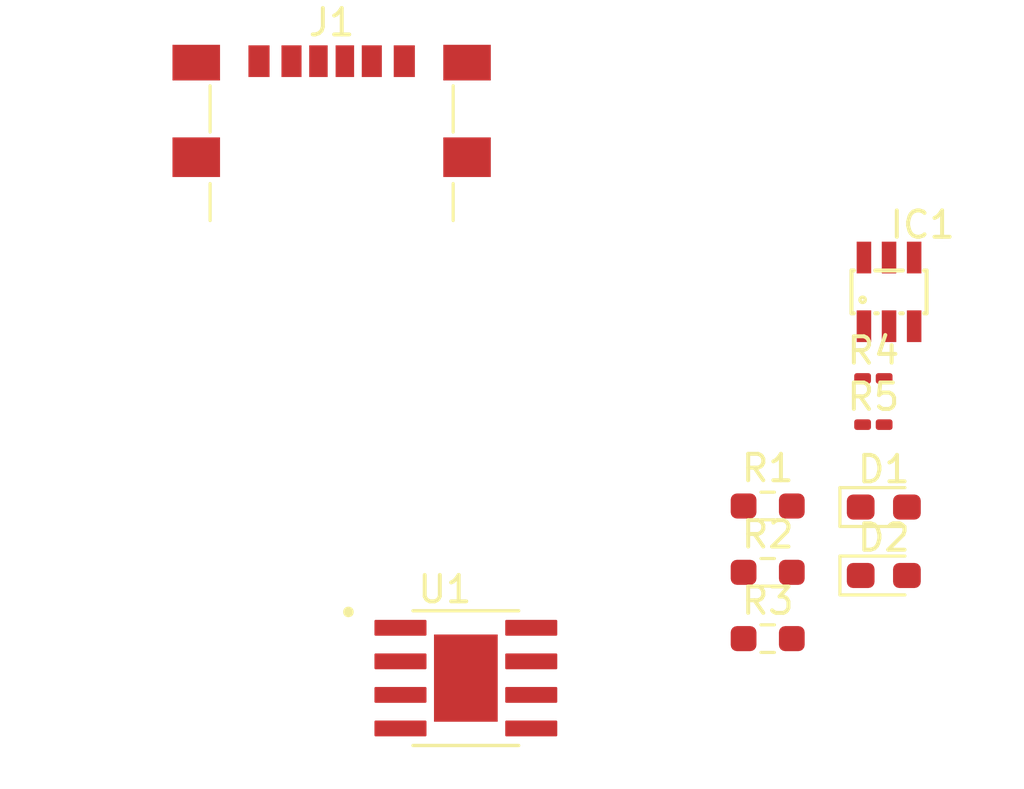
<source format=kicad_pcb>
(kicad_pcb (version 20221018) (generator pcbnew)
  (layers (0 "F.Cu" signal) (31 "B.Cu" signal) (34 "B.Paste" user) (35 "F.Paste" user) (36 "B.SilkS" user "B.Silkscreen") (37 "F.SilkS" user "F.Silkscreen") (38 "B.Mask" user) (39 "F.Mask" user) (44 "Edge.Cuts" user))
  (net 0 "")
  (net 1 "Net-(D1-K)")
  (net 2 "+5V")
  (net 3 "Net-(D2-K)")
  (net 10 "Net-(J1-CC1)")
  (net 11 "GND")
  (net 12 "Net-(J1-CC2)")
  (net 14 "Net-(U1-PROG)")
  (net 15 "Net-(U1-~{CHRG})")
  (net 16 "Net-(U1-~{STDBY})")
  (footprint "Resistor_SMD:R_0201_0603Metric_Pad0.64x0.40mm_HandSolder" (layer "F.Cu") (at 139.885 97.085)
    (fp_text reference "R5" (at 0 -1.05) (layer "F.SilkS"))
    (fp_text value "5k1")
    (pad "1" smd roundrect (at -0.4075 0) (size 0.635 0.4) (layers "F.Cu" "F.Mask") (net 10 "Net-(J1-CC1)"))
    (pad "2" smd roundrect (at 0.4075 0) (size 0.635 0.4) (layers "F.Cu" "F.Mask") (net 11 "GND"))
  )
  (footprint "Resistor_SMD:R_0603_1608Metric_Pad0.98x0.95mm_HandSolder" (layer "F.Cu") (at 135.885 102.675)
    (fp_text reference "R2" (at 0 -1.43) (layer "F.SilkS"))
    (fp_text value "1k")
    (fp_line (start -0.254724 -0.5225) (end 0.254724 -0.5225) (stroke (width 0.12)) (layer "F.SilkS"))
    (fp_line (start -0.254724 0.5225) (end 0.254724 0.5225) (stroke (width 0.12)) (layer "F.SilkS"))
    (pad "1" smd roundrect (at -0.9125 0) (size 0.975 0.95) (layers "F.Cu" "F.Paste" "F.Mask") (net 1 "Net-(D1-K)"))
    (pad "2" smd roundrect (at 0.9125 0) (size 0.975 0.95) (layers "F.Cu" "F.Paste" "F.Mask") (net 15 "Net-(U1-~{CHRG})"))
  )
  (footprint "Resistor_SMD:R_0201_0603Metric_Pad0.64x0.40mm_HandSolder" (layer "F.Cu") (at 139.885 95.335)
    (fp_text reference "R4" (at 0 -1.05) (layer "F.SilkS"))
    (fp_text value "5k1")
    (pad "1" smd roundrect (at -0.4075 0) (size 0.635 0.4) (layers "F.Cu" "F.Mask") (net 12 "Net-(J1-CC2)"))
    (pad "2" smd roundrect (at 0.4075 0) (size 0.635 0.4) (layers "F.Cu" "F.Mask") (net 11 "GND"))
  )
  (footprint "LED_SMD:LED_0603_1608Metric_Pad1.05x0.95mm_HandSolder" (layer "F.Cu") (at 140.28 100.205)
    (fp_text reference "D1" (at 0 -1.43) (layer "F.SilkS"))
    (fp_text value "LED")
    (fp_line (start -1.66 -0.735) (end -1.66 0.735) (stroke (width 0.12)) (layer "F.SilkS"))
    (fp_line (start -1.66 0.735) (end 0.8 0.735) (stroke (width 0.12)) (layer "F.SilkS"))
    (fp_line (start 0.8 -0.735) (end -1.66 -0.735) (stroke (width 0.12)) (layer "F.SilkS"))
    (pad "1" smd roundrect (at -0.875 0) (size 1.05 0.95) (layers "F.Cu" "F.Paste" "F.Mask") (net 1 "Net-(D1-K)"))
    (pad "2" smd roundrect (at 0.875 0) (size 1.05 0.95) (layers "F.Cu" "F.Paste" "F.Mask") (net 2 "+5V"))
  )
  (footprint "justin-library:SOP127P600X175-9N" (layer "F.Cu") (at 124.46 106.68)
    (fp_text reference "U1" (at -0.795 -3.362) (layer "F.SilkS"))
    (fp_text value "TP4056")
    (fp_line (start -2 -2.55) (end 2 -2.55) (stroke (width 0.127)) (layer "F.SilkS"))
    (fp_line (start -2 2.55) (end 2 2.55) (stroke (width 0.127)) (layer "F.SilkS"))
    (fp_circle (center -4.445 -2.505) (end -4.345 -2.505) (stroke (width 0.2)) (fill none) (layer "F.SilkS"))
    (pad "1" smd roundrect (at -2.475 -1.905) (size 1.97 0.6) (layers "F.Cu" "F.Paste" "F.Mask") (roundrect_rratio 0.07) (net 11 "GND"))
    (pad "2" smd roundrect (at -2.475 -0.635) (size 1.97 0.6) (layers "F.Cu" "F.Paste" "F.Mask") (roundrect_rratio 0.07) (net 14 "Net-(U1-PROG)"))
    (pad "3" smd roundrect (at -2.475 0.635) (size 1.97 0.6) (layers "F.Cu" "F.Paste" "F.Mask") (roundrect_rratio 0.07) (net 11 "GND"))
    (pad "4" smd roundrect (at -2.475 1.905) (size 1.97 0.6) (layers "F.Cu" "F.Paste" "F.Mask") (roundrect_rratio 0.07) (net 2 "+5V"))
    (pad "5" smd roundrect (at 2.475 1.905) (size 1.97 0.6) (layers "F.Cu" "F.Paste" "F.Mask") (roundrect_rratio 0.07))
    (pad "6" smd roundrect (at 2.475 0.635) (size 1.97 0.6) (layers "F.Cu" "F.Paste" "F.Mask") (roundrect_rratio 0.07) (net 16 "Net-(U1-~{STDBY})"))
    (pad "7" smd roundrect (at 2.475 -0.635) (size 1.97 0.6) (layers "F.Cu" "F.Paste" "F.Mask") (roundrect_rratio 0.07) (net 15 "Net-(U1-~{CHRG})"))
    (pad "8" smd roundrect (at 2.475 -1.905) (size 1.97 0.6) (layers "F.Cu" "F.Paste" "F.Mask") (roundrect_rratio 0.07) (net 2 "+5V"))
    (pad "9" smd rect (at 0 0) (size 2.413 3.302) (layers "F.Cu" "F.Mask"))
  )
  (footprint "Connector_USB:USB_C_Receptacle_GCT_USB4135-GF-A_6P_TopMnt_Horizontal" (layer "F.Cu") (at 119.38 86.36)
    (fp_text reference "J1" (at 0 -4.5 unlocked) (layer "F.SilkS"))
    (fp_text value "USB_C_Receptacle_PowerOnly_6P")
    (fp_line (start -4.6 -2.1025) (end -4.6 -0.3475) (stroke (width 0.12)) (layer "F.SilkS"))
    (fp_line (start -4.6 1.6) (end -4.6 3) (stroke (width 0.12)) (layer "F.SilkS"))
    (fp_line (start 4.6 -2.1025) (end 4.6 -0.3475) (stroke (width 0.12)) (layer "F.SilkS"))
    (fp_line (start 4.6 1.6) (end 4.6 3) (stroke (width 0.12)) (layer "F.SilkS"))
    (pad "A5" smd rect (at -0.5 -3.0325) (size 0.7 1.2) (layers "F.Cu" "F.Paste" "F.Mask") (net 10 "Net-(J1-CC1)"))
    (pad "A9" smd rect (at 1.52 -3.0325 180) (size 0.76 1.2) (layers "F.Cu" "F.Paste" "F.Mask") (net 2 "+5V"))
    (pad "A12" smd rect (at 2.75 -3.0325 180) (size 0.8 1.2) (layers "F.Cu" "F.Paste" "F.Mask") (net 11 "GND"))
    (pad "B5" smd rect (at 0.5 -3.0325 180) (size 0.7 1.2) (layers "F.Cu" "F.Paste" "F.Mask") (net 12 "Net-(J1-CC2)"))
    (pad "B9" smd rect (at -1.52 -3.0325) (size 0.76 1.2) (layers "F.Cu" "F.Paste" "F.Mask") (net 2 "+5V"))
    (pad "B12" smd rect (at -2.75 -3.0325) (size 0.8 1.2) (layers "F.Cu" "F.Paste" "F.Mask") (net 11 "GND"))
    (pad "S1" smd rect (at -5.125 -2.9775) (size 1.8 1.35) (layers "F.Cu" "F.Paste" "F.Mask"))
    (pad "S1" smd rect (at -5.125 0.6025) (size 1.8 1.5) (layers "F.Cu" "F.Paste" "F.Mask"))
    (pad "S1" smd rect (at 5.125 -2.9775) (size 1.8 1.35) (layers "F.Cu" "F.Paste" "F.Mask"))
    (pad "S1" smd rect (at 5.125 0.6025) (size 1.8 1.5) (layers "F.Cu" "F.Paste" "F.Mask"))
  )
  (footprint "Resistor_SMD:R_0603_1608Metric_Pad0.98x0.95mm_HandSolder" (layer "F.Cu") (at 135.885 100.165)
    (fp_text reference "R1" (at 0 -1.43) (layer "F.SilkS"))
    (fp_text value "1R2")
    (fp_line (start -0.254724 -0.5225) (end 0.254724 -0.5225) (stroke (width 0.12)) (layer "F.SilkS"))
    (fp_line (start -0.254724 0.5225) (end 0.254724 0.5225) (stroke (width 0.12)) (layer "F.SilkS"))
    (pad "1" smd roundrect (at -0.9125 0) (size 0.975 0.95) (layers "F.Cu" "F.Paste" "F.Mask") (net 14 "Net-(U1-PROG)"))
    (pad "2" smd roundrect (at 0.9125 0) (size 0.975 0.95) (layers "F.Cu" "F.Paste" "F.Mask") (net 11 "GND"))
  )
  (footprint "Resistor_SMD:R_0603_1608Metric_Pad0.98x0.95mm_HandSolder" (layer "F.Cu") (at 135.885 105.185)
    (fp_text reference "R3" (at 0 -1.43) (layer "F.SilkS"))
    (fp_text value "1k")
    (fp_line (start -0.254724 -0.5225) (end 0.254724 -0.5225) (stroke (width 0.12)) (layer "F.SilkS"))
    (fp_line (start -0.254724 0.5225) (end 0.254724 0.5225) (stroke (width 0.12)) (layer "F.SilkS"))
    (pad "1" smd roundrect (at -0.9125 0) (size 0.975 0.95) (layers "F.Cu" "F.Paste" "F.Mask") (net 3 "Net-(D2-K)"))
    (pad "2" smd roundrect (at 0.9125 0) (size 0.975 0.95) (layers "F.Cu" "F.Paste" "F.Mask") (net 16 "Net-(U1-~{STDBY})"))
  )
  (footprint "LED_SMD:LED_0603_1608Metric_Pad1.05x0.95mm_HandSolder" (layer "F.Cu") (at 140.28 102.795)
    (fp_text reference "D2" (at 0 -1.43) (layer "F.SilkS"))
    (fp_text value "LED")
    (fp_line (start -1.66 -0.735) (end -1.66 0.735) (stroke (width 0.12)) (layer "F.SilkS"))
    (fp_line (start -1.66 0.735) (end 0.8 0.735) (stroke (width 0.12)) (layer "F.SilkS"))
    (fp_line (start 0.8 -0.735) (end -1.66 -0.735) (stroke (width 0.12)) (layer "F.SilkS"))
    (pad "1" smd roundrect (at -0.875 0) (size 1.05 0.95) (layers "F.Cu" "F.Paste" "F.Mask") (net 3 "Net-(D2-K)"))
    (pad "2" smd roundrect (at 0.875 0) (size 1.05 0.95) (layers "F.Cu" "F.Paste" "F.Mask") (net 2 "+5V"))
  )
  (footprint "justin-library:SOT23-6" (layer "F.Cu") (at 140.4782 92.06)
    (property "VALUE" "DW01A")
    (fp_text reference "IC1" (at 1.27 -2.54) (layer "F.SilkS"))
    (fp_text value "DW01A")
    (fp_line (start -1.422 -0.81) (end -1.328 -0.81) (stroke (width 0.1524)) (layer "F.SilkS"))
    (fp_line (start -1.422 0.81) (end -1.422 -0.81) (stroke (width 0.1524)) (layer "F.SilkS"))
    (fp_line (start -1.328 0.81) (end -1.422 0.81) (stroke (width 0.1524)) (layer "F.SilkS"))
    (fp_line (start -0.522 -0.81) (end 0.522 -0.81) (stroke (width 0.1524)) (layer "F.SilkS"))
    (fp_line (start -0.428 0.81) (end -0.522 0.81) (stroke (width 0.1524)) (layer "F.SilkS"))
    (fp_line (start 0.522 0.81) (end 0.428 0.81) (stroke (width 0.1524)) (layer "F.SilkS"))
    (fp_line (start 1.328 -0.81) (end 1.422 -0.81) (stroke (width 0.1524)) (layer "F.SilkS"))
    (fp_line (start 1.422 -0.81) (end 1.422 0.81) (stroke (width 0.1524)) (layer "F.SilkS"))
    (fp_line (start 1.422 0.81) (end 1.328 0.81) (stroke (width 0.1524)) (layer "F.SilkS"))
    (fp_circle (center -1 0.3) (end -0.9 0.3) (stroke (width 0.127)) (fill none) (layer "F.SilkS"))
    (pad "1" smd rect (at -0.95 1.3) (size 0.55 1.2) (layers "F.Cu" "F.Paste" "F.Mask"))
    (pad "2" smd rect (at 0 1.3) (size 0.55 1.2) (layers "F.Cu" "F.Paste" "F.Mask"))
    (pad "3" smd rect (at 0.95 1.3) (size 0.55 1.2) (layers "F.Cu" "F.Paste" "F.Mask"))
    (pad "4" smd rect (at 0.95 -1.3) (size 0.55 1.2) (layers "F.Cu" "F.Paste" "F.Mask"))
    (pad "5" smd rect (at 0 -1.3) (size 0.55 1.2) (layers "F.Cu" "F.Paste" "F.Mask"))
    (pad "6" smd rect (at -0.95 -1.3) (size 0.55 1.2) (layers "F.Cu" "F.Paste" "F.Mask"))
  )
)
</source>
